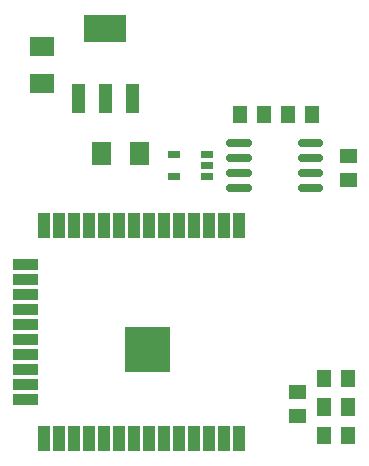
<source format=gbp>
G04 Layer: BottomPasteMaskLayer*
G04 EasyEDA v6.5.3, 2022-04-04 11:44:29*
G04 441a04c8791b4462941eed85b5e579c0,ea473c994f494bc6b3a27bf06e4933c6,10*
G04 Gerber Generator version 0.2*
G04 Scale: 100 percent, Rotated: No, Reflected: No *
G04 Dimensions in millimeters *
G04 leading zeros omitted , absolute positions ,4 integer and 5 decimal *
%FSLAX45Y45*%
%MOMM*%

%ADD17C,0.7000*%

%LPD*%
D17*
X1946841Y-1651000D02*
G01*
X2096841Y-1651000D01*
X1946841Y-1524000D02*
G01*
X2096841Y-1524000D01*
X1946841Y-1397000D02*
G01*
X2096841Y-1397000D01*
X1946841Y-1270000D02*
G01*
X2096841Y-1270000D01*
X2551358Y-1651000D02*
G01*
X2701361Y-1651000D01*
X2551358Y-1524000D02*
G01*
X2701361Y-1524000D01*
X2551358Y-1397000D02*
G01*
X2701361Y-1397000D01*
X2551358Y-1270000D02*
G01*
X2701361Y-1270000D01*
G36*
X775990Y-1458899D02*
G01*
X936010Y-1458899D01*
X936010Y-1258900D01*
X775990Y-1258900D01*
G37*
G36*
X1095989Y-1458899D02*
G01*
X1256009Y-1458899D01*
X1256009Y-1258900D01*
X1095989Y-1258900D01*
G37*
G36*
X255600Y-369590D02*
G01*
X255600Y-529610D01*
X455599Y-529610D01*
X455599Y-369590D01*
G37*
G36*
X255600Y-689589D02*
G01*
X255600Y-849609D01*
X455599Y-849609D01*
X455599Y-689589D01*
G37*
G36*
X2699600Y-956200D02*
G01*
X2583599Y-956200D01*
X2583599Y-1101199D01*
X2699600Y-1101199D01*
G37*
G36*
X2496400Y-956200D02*
G01*
X2380399Y-956200D01*
X2380399Y-1101199D01*
X2496400Y-1101199D01*
G37*
G36*
X1973999Y-1101199D02*
G01*
X2090000Y-1101199D01*
X2090000Y-956200D01*
X1973999Y-956200D01*
G37*
G36*
X2177199Y-1101199D02*
G01*
X2293200Y-1101199D01*
X2293200Y-956200D01*
X2177199Y-956200D01*
G37*
G36*
X2873900Y-1322981D02*
G01*
X2873900Y-1438983D01*
X3018899Y-1438983D01*
X3018899Y-1322981D01*
G37*
G36*
X2873900Y-1526181D02*
G01*
X2873900Y-1642183D01*
X3018899Y-1642183D01*
X3018899Y-1526181D01*
G37*
G36*
X2442100Y-3320199D02*
G01*
X2442100Y-3436200D01*
X2587099Y-3436200D01*
X2587099Y-3320199D01*
G37*
G36*
X2442100Y-3523399D02*
G01*
X2442100Y-3639400D01*
X2587099Y-3639400D01*
X2587099Y-3523399D01*
G37*
G36*
X2685199Y-3577699D02*
G01*
X2801200Y-3577699D01*
X2801200Y-3432700D01*
X2685199Y-3432700D01*
G37*
G36*
X2888399Y-3577699D02*
G01*
X3004400Y-3577699D01*
X3004400Y-3432700D01*
X2888399Y-3432700D01*
G37*
G36*
X2685199Y-3336399D02*
G01*
X2801200Y-3336399D01*
X2801200Y-3191400D01*
X2685199Y-3191400D01*
G37*
G36*
X2888399Y-3336399D02*
G01*
X3004400Y-3336399D01*
X3004400Y-3191400D01*
X2888399Y-3191400D01*
G37*
G36*
X3004388Y-3673017D02*
G01*
X2888386Y-3673017D01*
X2888386Y-3820007D01*
X3004388Y-3820007D01*
G37*
G36*
X2801188Y-3673017D02*
G01*
X2685186Y-3673017D01*
X2685186Y-3820007D01*
X2801188Y-3820007D01*
G37*
G36*
X1063995Y-768893D02*
G01*
X1063995Y-1018893D01*
X1173998Y-1018893D01*
X1173998Y-768893D01*
G37*
G36*
X833998Y-768893D02*
G01*
X833998Y-1018893D01*
X944001Y-1018893D01*
X944001Y-768893D01*
G37*
G36*
X604001Y-768893D02*
G01*
X604001Y-1018893D01*
X714004Y-1018893D01*
X714004Y-768893D01*
G37*
G36*
X709000Y-416897D02*
G01*
X1068999Y-416897D01*
X1068999Y-182897D01*
X709000Y-182897D01*
G37*
G36*
X704598Y-3875196D02*
G01*
X799599Y-3875196D01*
X799599Y-3665194D01*
X704598Y-3665194D01*
G37*
G36*
X831598Y-3875196D02*
G01*
X926599Y-3875196D01*
X926599Y-3665194D01*
X831598Y-3665194D01*
G37*
G36*
X958598Y-3875196D02*
G01*
X1053599Y-3875196D01*
X1053599Y-3665194D01*
X958598Y-3665194D01*
G37*
G36*
X1085598Y-3875196D02*
G01*
X1180599Y-3875196D01*
X1180599Y-3665194D01*
X1085598Y-3665194D01*
G37*
G36*
X1212598Y-3875196D02*
G01*
X1307599Y-3875196D01*
X1307599Y-3665194D01*
X1212598Y-3665194D01*
G37*
G36*
X1339598Y-3875196D02*
G01*
X1434599Y-3875196D01*
X1434599Y-3665194D01*
X1339598Y-3665194D01*
G37*
G36*
X1466598Y-3875196D02*
G01*
X1561599Y-3875196D01*
X1561599Y-3665194D01*
X1466598Y-3665194D01*
G37*
G36*
X1593598Y-3875196D02*
G01*
X1688599Y-3875196D01*
X1688599Y-3665194D01*
X1593598Y-3665194D01*
G37*
G36*
X1720598Y-3875196D02*
G01*
X1815599Y-3875196D01*
X1815599Y-3665194D01*
X1720598Y-3665194D01*
G37*
G36*
X1847598Y-3875196D02*
G01*
X1942599Y-3875196D01*
X1942599Y-3665194D01*
X1847598Y-3665194D01*
G37*
G36*
X1974598Y-3875196D02*
G01*
X2069599Y-3875196D01*
X2069599Y-3665194D01*
X1974598Y-3665194D01*
G37*
G36*
X108099Y-3362187D02*
G01*
X318101Y-3362187D01*
X318101Y-3267186D01*
X108099Y-3267186D01*
G37*
G36*
X108099Y-3489187D02*
G01*
X318101Y-3489187D01*
X318101Y-3394186D01*
X108099Y-3394186D01*
G37*
G36*
X323598Y-3875196D02*
G01*
X418599Y-3875196D01*
X418599Y-3665194D01*
X323598Y-3665194D01*
G37*
G36*
X450598Y-3875196D02*
G01*
X545599Y-3875196D01*
X545599Y-3665194D01*
X450598Y-3665194D01*
G37*
G36*
X577598Y-3875196D02*
G01*
X672599Y-3875196D01*
X672599Y-3665194D01*
X577598Y-3665194D01*
G37*
G36*
X108099Y-3235187D02*
G01*
X318101Y-3235187D01*
X318101Y-3140186D01*
X108099Y-3140186D01*
G37*
G36*
X108099Y-3108187D02*
G01*
X318101Y-3108187D01*
X318101Y-3013186D01*
X108099Y-3013186D01*
G37*
G36*
X108099Y-2981187D02*
G01*
X318101Y-2981187D01*
X318101Y-2886186D01*
X108099Y-2886186D01*
G37*
G36*
X108099Y-2854187D02*
G01*
X318101Y-2854187D01*
X318101Y-2759186D01*
X108099Y-2759186D01*
G37*
G36*
X108099Y-2727187D02*
G01*
X318101Y-2727187D01*
X318101Y-2632186D01*
X108099Y-2632186D01*
G37*
G36*
X108099Y-2600187D02*
G01*
X318101Y-2600187D01*
X318101Y-2505186D01*
X108099Y-2505186D01*
G37*
G36*
X108099Y-2473187D02*
G01*
X318101Y-2473187D01*
X318101Y-2378186D01*
X108099Y-2378186D01*
G37*
G36*
X108099Y-2346187D02*
G01*
X318101Y-2346187D01*
X318101Y-2251186D01*
X108099Y-2251186D01*
G37*
G36*
X323598Y-2075205D02*
G01*
X418599Y-2075205D01*
X418599Y-1865203D01*
X323598Y-1865203D01*
G37*
G36*
X450598Y-2075205D02*
G01*
X545599Y-2075205D01*
X545599Y-1865203D01*
X450598Y-1865203D01*
G37*
G36*
X577598Y-2075205D02*
G01*
X672599Y-2075205D01*
X672599Y-1865203D01*
X577598Y-1865203D01*
G37*
G36*
X704598Y-2075205D02*
G01*
X799599Y-2075205D01*
X799599Y-1865203D01*
X704598Y-1865203D01*
G37*
G36*
X831598Y-2075205D02*
G01*
X926599Y-2075205D01*
X926599Y-1865203D01*
X831598Y-1865203D01*
G37*
G36*
X958598Y-2075205D02*
G01*
X1053599Y-2075205D01*
X1053599Y-1865203D01*
X958598Y-1865203D01*
G37*
G36*
X1085598Y-2075205D02*
G01*
X1180599Y-2075205D01*
X1180599Y-1865203D01*
X1085598Y-1865203D01*
G37*
G36*
X1212598Y-2075205D02*
G01*
X1307599Y-2075205D01*
X1307599Y-1865203D01*
X1212598Y-1865203D01*
G37*
G36*
X1339598Y-2075205D02*
G01*
X1434599Y-2075205D01*
X1434599Y-1865203D01*
X1339598Y-1865203D01*
G37*
G36*
X1466598Y-2075205D02*
G01*
X1561599Y-2075205D01*
X1561599Y-1865203D01*
X1466598Y-1865203D01*
G37*
G36*
X1593598Y-2075205D02*
G01*
X1688599Y-2075205D01*
X1688599Y-1865203D01*
X1593598Y-1865203D01*
G37*
G36*
X1720598Y-2075205D02*
G01*
X1815599Y-2075205D01*
X1815599Y-1865203D01*
X1720598Y-1865203D01*
G37*
G36*
X1847598Y-2075205D02*
G01*
X1942599Y-2075205D01*
X1942599Y-1865203D01*
X1847598Y-1865203D01*
G37*
G36*
X1974598Y-2075205D02*
G01*
X2069599Y-2075205D01*
X2069599Y-1865203D01*
X1974598Y-1865203D01*
G37*
G36*
X1059621Y-3211184D02*
G01*
X1439621Y-3211184D01*
X1439621Y-2831185D01*
X1059621Y-2831185D01*
G37*
G36*
X1702899Y-1395498D02*
G01*
X1802899Y-1395498D01*
X1802899Y-1335498D01*
X1702899Y-1335498D01*
G37*
G36*
X1702899Y-1490499D02*
G01*
X1802899Y-1490499D01*
X1802899Y-1430500D01*
X1702899Y-1430500D01*
G37*
G36*
X1702899Y-1585501D02*
G01*
X1802899Y-1585501D01*
X1802899Y-1525501D01*
X1702899Y-1525501D01*
G37*
G36*
X1522900Y-1525501D02*
G01*
X1422900Y-1525501D01*
X1422900Y-1585501D01*
X1522900Y-1585501D01*
G37*
G36*
X1522900Y-1335498D02*
G01*
X1422900Y-1335498D01*
X1422900Y-1395498D01*
X1522900Y-1395498D01*
G37*
M02*

</source>
